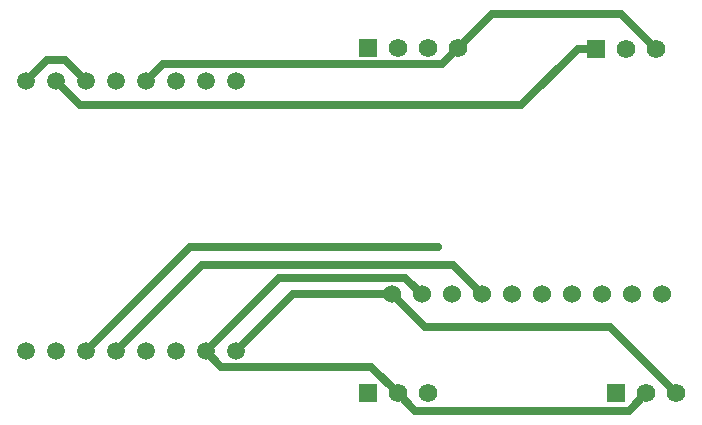
<source format=gtl>
G04 Layer: TopLayer*
G04 EasyEDA v6.5.34, 2023-08-29 10:19:29*
G04 49c1189aaea244c0bf5c0b9dc7b8a4ca,07f4848b7c094117bb63b494a1dfdd33,10*
G04 Gerber Generator version 0.2*
G04 Scale: 100 percent, Rotated: No, Reflected: No *
G04 Dimensions in millimeters *
G04 leading zeros omitted , absolute positions ,4 integer and 5 decimal *
%FSLAX45Y45*%
%MOMM*%

%ADD10C,0.7000*%
%ADD11C,1.5240*%
%ADD12R,1.5748X1.5748*%
%ADD13C,1.5748*%
%ADD14C,1.5080*%
%ADD15C,0.6100*%

%LPD*%
D10*
X1689100Y3060700D02*
G01*
X2416733Y3788333D01*
X4542866Y3788333D01*
X4787900Y3543300D01*
X4584700Y5625592D02*
G01*
X4450816Y5491708D01*
X2088108Y5491708D01*
X1943100Y5346700D01*
X1435100Y3060700D02*
G01*
X2317115Y3942714D01*
X4422013Y3942714D01*
X4279900Y3543300D02*
G01*
X4138752Y3684447D01*
X3074847Y3684447D01*
X2451100Y3060700D01*
X4076700Y2705100D02*
G01*
X3854475Y2927324D01*
X2584475Y2927324D01*
X2451100Y3060700D01*
X6179565Y2705100D02*
G01*
X6032855Y2558389D01*
X4223410Y2558389D01*
X4076700Y2705100D01*
X2705100Y3060700D02*
G01*
X3187700Y3543300D01*
X4025900Y3543300D01*
X6433565Y2705100D02*
G01*
X5875299Y3263366D01*
X4305833Y3263366D01*
X4025900Y3543300D01*
X5753100Y5624321D02*
G01*
X5604306Y5624321D01*
X1435100Y5346700D02*
G01*
X1257300Y5524500D01*
X1104900Y5524500D01*
X927100Y5346700D01*
X6261100Y5624321D02*
G01*
X5967222Y5918200D01*
X4877308Y5918200D01*
X4584700Y5625592D01*
X5604256Y5624321D02*
G01*
X5123434Y5143500D01*
X1384300Y5143500D01*
X1181100Y5346700D01*
D11*
G01*
X4025900Y3543300D03*
G01*
X4279900Y3543300D03*
G01*
X4533900Y3543300D03*
G01*
X4787900Y3543300D03*
G01*
X5041900Y3543300D03*
G01*
X5295900Y3543300D03*
G01*
X5549900Y3543300D03*
G01*
X5803900Y3543300D03*
G01*
X6057900Y3543300D03*
G01*
X6311900Y3543300D03*
D12*
G01*
X3822700Y2705100D03*
D13*
G01*
X4076700Y2705100D03*
G01*
X4330700Y2705100D03*
D12*
G01*
X5753100Y5624321D03*
D13*
G01*
X6007100Y5624321D03*
G01*
X6261100Y5624321D03*
D12*
G01*
X3822700Y5625592D03*
D13*
G01*
X4076700Y5625592D03*
G01*
X4330700Y5625592D03*
G01*
X4584700Y5625592D03*
D12*
G01*
X5925565Y2705100D03*
D13*
G01*
X6179565Y2705100D03*
G01*
X6433565Y2705100D03*
D14*
G01*
X2705100Y3060700D03*
G01*
X2705100Y5346700D03*
G01*
X927100Y3060700D03*
G01*
X1181100Y3060700D03*
G01*
X1435100Y3060700D03*
G01*
X1689100Y3060700D03*
G01*
X1943100Y3060700D03*
G01*
X2197100Y3060700D03*
G01*
X2451100Y3060700D03*
G01*
X927100Y5346700D03*
G01*
X1181100Y5346700D03*
G01*
X1435100Y5346700D03*
G01*
X1689100Y5346700D03*
G01*
X1943100Y5346700D03*
G01*
X2197100Y5346700D03*
G01*
X2451100Y5346700D03*
D15*
G01*
X4422013Y3942714D03*
M02*

</source>
